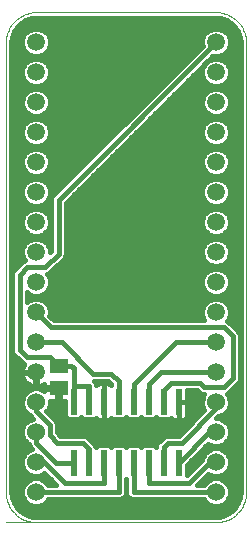
<source format=gtl>
G75*
G70*
%OFA0B0*%
%FSLAX24Y24*%
%IPPOS*%
%LPD*%
%AMOC8*
5,1,8,0,0,1.08239X$1,22.5*
%
%ADD10C,0.0000*%
%ADD11C,0.0594*%
%ADD12R,0.0236X0.0866*%
%ADD13C,0.0600*%
%ADD14R,0.0591X0.0512*%
%ADD15C,0.0160*%
D10*
X000680Y000264D02*
X001680Y000264D01*
X007680Y000264D01*
X007740Y000266D01*
X007801Y000271D01*
X007860Y000280D01*
X007919Y000293D01*
X007978Y000309D01*
X008035Y000329D01*
X008090Y000352D01*
X008145Y000379D01*
X008197Y000408D01*
X008248Y000441D01*
X008297Y000477D01*
X008343Y000515D01*
X008387Y000557D01*
X008429Y000601D01*
X008467Y000647D01*
X008503Y000696D01*
X008536Y000747D01*
X008565Y000799D01*
X008592Y000854D01*
X008615Y000909D01*
X008635Y000966D01*
X008651Y001025D01*
X008664Y001084D01*
X008673Y001143D01*
X008678Y001204D01*
X008680Y001264D01*
X008680Y016264D01*
X008678Y016324D01*
X008673Y016385D01*
X008664Y016444D01*
X008651Y016503D01*
X008635Y016562D01*
X008615Y016619D01*
X008592Y016674D01*
X008565Y016729D01*
X008536Y016781D01*
X008503Y016832D01*
X008467Y016881D01*
X008429Y016927D01*
X008387Y016971D01*
X008343Y017013D01*
X008297Y017051D01*
X008248Y017087D01*
X008197Y017120D01*
X008145Y017149D01*
X008090Y017176D01*
X008035Y017199D01*
X007978Y017219D01*
X007919Y017235D01*
X007860Y017248D01*
X007801Y017257D01*
X007740Y017262D01*
X007680Y017264D01*
X001680Y017264D01*
X001620Y017262D01*
X001559Y017257D01*
X001500Y017248D01*
X001441Y017235D01*
X001382Y017219D01*
X001325Y017199D01*
X001270Y017176D01*
X001215Y017149D01*
X001163Y017120D01*
X001112Y017087D01*
X001063Y017051D01*
X001017Y017013D01*
X000973Y016971D01*
X000931Y016927D01*
X000893Y016881D01*
X000857Y016832D01*
X000824Y016781D01*
X000795Y016729D01*
X000768Y016674D01*
X000745Y016619D01*
X000725Y016562D01*
X000709Y016503D01*
X000696Y016444D01*
X000687Y016385D01*
X000682Y016324D01*
X000680Y016264D01*
X000680Y001264D01*
X000682Y001204D01*
X000687Y001143D01*
X000696Y001084D01*
X000709Y001025D01*
X000725Y000966D01*
X000745Y000909D01*
X000768Y000854D01*
X000795Y000799D01*
X000824Y000747D01*
X000857Y000696D01*
X000893Y000647D01*
X000931Y000601D01*
X000973Y000557D01*
X001017Y000515D01*
X001063Y000477D01*
X001112Y000441D01*
X001163Y000408D01*
X001215Y000379D01*
X001270Y000352D01*
X001325Y000329D01*
X001382Y000309D01*
X001441Y000293D01*
X001500Y000280D01*
X001559Y000271D01*
X001620Y000266D01*
X001680Y000264D01*
D11*
X001680Y005264D03*
X001680Y006264D03*
X001680Y007264D03*
X001680Y008264D03*
X001680Y009264D03*
X001680Y010264D03*
X001680Y011264D03*
X001680Y012264D03*
X001680Y013264D03*
X001680Y014264D03*
X001680Y015264D03*
X001680Y016264D03*
X007680Y016264D03*
X007680Y015264D03*
X007680Y014264D03*
X007680Y013264D03*
X007680Y012264D03*
X007680Y011264D03*
X007680Y010264D03*
X007680Y009264D03*
X007680Y008264D03*
X007680Y007264D03*
X007680Y006264D03*
X007680Y005264D03*
D12*
X006430Y004287D03*
X005930Y004287D03*
X005430Y004287D03*
X004930Y004287D03*
X004430Y004287D03*
X003930Y004287D03*
X003430Y004287D03*
X002930Y004287D03*
X002930Y002240D03*
X003430Y002240D03*
X003930Y002240D03*
X004430Y002240D03*
X004930Y002240D03*
X005430Y002240D03*
X005930Y002240D03*
X006430Y002240D03*
D13*
X007680Y002264D03*
X007680Y003264D03*
X007680Y004264D03*
X007680Y001264D03*
X001680Y001264D03*
X001680Y002264D03*
X001680Y003264D03*
X001680Y004264D03*
D14*
X002430Y004740D03*
X002430Y005488D03*
D15*
X002856Y005488D01*
X002930Y005414D01*
X002930Y004814D01*
X003430Y004814D01*
X003430Y004287D01*
X003180Y003760D02*
X003246Y003694D01*
X003614Y003694D01*
X003666Y003746D01*
X003668Y003744D01*
X003701Y003710D01*
X003742Y003687D01*
X003788Y003674D01*
X003930Y003674D01*
X004072Y003674D01*
X004118Y003687D01*
X004159Y003710D01*
X004192Y003744D01*
X004194Y003746D01*
X004246Y003694D01*
X004614Y003694D01*
X004680Y003760D01*
X004746Y003694D01*
X005114Y003694D01*
X005180Y003760D01*
X005246Y003694D01*
X005614Y003694D01*
X005680Y003760D01*
X005746Y003694D01*
X006114Y003694D01*
X006166Y003746D01*
X006168Y003744D01*
X006201Y003710D01*
X006242Y003687D01*
X006288Y003674D01*
X006430Y003674D01*
X006572Y003674D01*
X006618Y003687D01*
X006659Y003710D01*
X006692Y003744D01*
X006716Y003785D01*
X006728Y003831D01*
X006728Y004287D01*
X006430Y004287D01*
X006430Y003674D01*
X006430Y004287D01*
X006430Y004287D01*
X006430Y004287D01*
X006728Y004287D01*
X006728Y004674D01*
X007031Y004674D01*
X007144Y004560D01*
X007232Y004524D01*
X007290Y004524D01*
X007220Y004355D01*
X007220Y004172D01*
X007287Y004010D01*
X006431Y003154D01*
X006032Y003154D01*
X005944Y003117D01*
X005877Y003050D01*
X005727Y002900D01*
X005690Y002811D01*
X005690Y002778D01*
X005680Y002768D01*
X005614Y002833D01*
X005246Y002833D01*
X005180Y002768D01*
X005114Y002833D01*
X004746Y002833D01*
X004680Y002768D01*
X004614Y002833D01*
X004246Y002833D01*
X004180Y002768D01*
X004114Y002833D01*
X003746Y002833D01*
X003680Y002768D01*
X003659Y002789D01*
X003633Y002850D01*
X003433Y003050D01*
X003366Y003117D01*
X003278Y003154D01*
X002479Y003154D01*
X002370Y003263D01*
X002370Y003561D01*
X002333Y003650D01*
X002266Y003717D01*
X002025Y003958D01*
X002070Y004003D01*
X002140Y004172D01*
X002140Y004304D01*
X002382Y004304D01*
X002382Y004692D01*
X001955Y004692D01*
X001955Y004640D01*
X001941Y004654D01*
X001771Y004724D01*
X001588Y004724D01*
X001419Y004654D01*
X001290Y004524D01*
X001220Y004355D01*
X001220Y004172D01*
X001290Y004003D01*
X001419Y003874D01*
X001465Y003855D01*
X001477Y003828D01*
X001583Y003721D01*
X001419Y003654D01*
X001290Y003524D01*
X001220Y003355D01*
X001220Y003172D01*
X001290Y003003D01*
X001419Y002874D01*
X001440Y002865D01*
X001477Y002778D01*
X001548Y002707D01*
X001419Y002654D01*
X001290Y002524D01*
X001220Y002355D01*
X001220Y002172D01*
X001290Y002003D01*
X001419Y001874D01*
X001588Y001804D01*
X001771Y001804D01*
X001941Y001874D01*
X001961Y001894D01*
X002351Y001504D01*
X002078Y001504D01*
X002070Y001524D01*
X001941Y001654D01*
X001771Y001724D01*
X001588Y001724D01*
X001419Y001654D01*
X001290Y001524D01*
X001220Y001355D01*
X001220Y001172D01*
X001290Y001003D01*
X001419Y000874D01*
X001588Y000804D01*
X001771Y000804D01*
X001941Y000874D01*
X002070Y001003D01*
X002078Y001024D01*
X004478Y001024D01*
X004566Y001060D01*
X004633Y001128D01*
X004670Y001216D01*
X004670Y001703D01*
X004680Y001713D01*
X004690Y001703D01*
X004690Y001216D01*
X004727Y001128D01*
X004794Y001060D01*
X004882Y001024D01*
X007282Y001024D01*
X007290Y001003D01*
X007419Y000874D01*
X007588Y000804D01*
X007771Y000804D01*
X007941Y000874D01*
X008070Y001003D01*
X008140Y001172D01*
X008140Y001355D01*
X008070Y001524D01*
X007941Y001654D01*
X007771Y001724D01*
X007588Y001724D01*
X007419Y001654D01*
X007290Y001524D01*
X007282Y001504D01*
X007059Y001504D01*
X007427Y001871D01*
X007588Y001804D01*
X007771Y001804D01*
X007941Y001874D01*
X008070Y002003D01*
X008140Y002172D01*
X008140Y002355D01*
X008070Y002524D01*
X007941Y002654D01*
X007771Y002724D01*
X007588Y002724D01*
X007419Y002654D01*
X007290Y002524D01*
X007220Y002355D01*
X007220Y002343D01*
X006708Y001831D01*
X006708Y002179D01*
X007411Y002882D01*
X007419Y002874D01*
X007588Y002804D01*
X007771Y002804D01*
X007941Y002874D01*
X008070Y003003D01*
X008140Y003172D01*
X008140Y003355D01*
X008070Y003524D01*
X007941Y003654D01*
X007771Y003724D01*
X007679Y003724D01*
X007759Y003804D01*
X007771Y003804D01*
X007941Y003874D01*
X008070Y004003D01*
X008140Y004172D01*
X008140Y004355D01*
X008070Y004524D01*
X008043Y004551D01*
X008066Y004560D01*
X008133Y004628D01*
X008433Y004928D01*
X008470Y005016D01*
X008470Y006511D01*
X008433Y006600D01*
X008366Y006667D01*
X008066Y006967D01*
X008040Y006978D01*
X008067Y007005D01*
X008137Y007173D01*
X008137Y007355D01*
X008067Y007523D01*
X007939Y007651D01*
X007771Y007721D01*
X007589Y007721D01*
X007421Y007651D01*
X007293Y007523D01*
X007223Y007355D01*
X007223Y007173D01*
X007293Y007005D01*
X007294Y007004D01*
X002279Y007004D01*
X002129Y007154D01*
X002137Y007173D01*
X002137Y007355D01*
X002067Y007523D01*
X001939Y007651D01*
X001771Y007721D01*
X001589Y007721D01*
X001421Y007651D01*
X001370Y007600D01*
X001370Y007928D01*
X001421Y007876D01*
X001589Y007807D01*
X001771Y007807D01*
X001939Y007876D01*
X002067Y008005D01*
X002137Y008173D01*
X002137Y008355D01*
X002067Y008523D01*
X002055Y008535D01*
X002116Y008560D01*
X002183Y008628D01*
X002633Y009078D01*
X002670Y009166D01*
X002670Y010914D01*
X007570Y015815D01*
X007589Y015807D01*
X007771Y015807D01*
X007939Y015876D01*
X008067Y016005D01*
X008137Y016173D01*
X008137Y016355D01*
X008067Y016523D01*
X007939Y016651D01*
X007771Y016721D01*
X007589Y016721D01*
X007421Y016651D01*
X007293Y016523D01*
X007223Y016355D01*
X007223Y016173D01*
X007231Y016154D01*
X002294Y011217D01*
X002227Y011150D01*
X002190Y011061D01*
X002190Y009313D01*
X002137Y009260D01*
X002137Y009355D01*
X002067Y009523D01*
X001939Y009651D01*
X001771Y009721D01*
X001589Y009721D01*
X001421Y009651D01*
X001293Y009523D01*
X001223Y009355D01*
X001223Y009173D01*
X001293Y009005D01*
X001305Y008993D01*
X001244Y008967D01*
X000994Y008717D01*
X000927Y008650D01*
X000890Y008561D01*
X000890Y005966D01*
X000927Y005878D01*
X001177Y005628D01*
X001244Y005560D01*
X001292Y005541D01*
X001272Y005514D01*
X001238Y005447D01*
X001215Y005375D01*
X001203Y005301D01*
X001203Y005282D01*
X001662Y005282D01*
X001662Y005245D01*
X001698Y005245D01*
X001698Y004787D01*
X001718Y004787D01*
X001792Y004799D01*
X001863Y004822D01*
X001930Y004856D01*
X001955Y004874D01*
X001955Y004788D01*
X002382Y004788D01*
X002382Y004692D01*
X002478Y004692D01*
X002478Y004304D01*
X002652Y004304D01*
X002652Y003788D01*
X002746Y003694D01*
X003114Y003694D01*
X003180Y003760D01*
X003171Y003751D02*
X003189Y003751D01*
X002930Y004287D02*
X002930Y004814D01*
X002652Y004226D02*
X002140Y004226D01*
X002097Y004068D02*
X002652Y004068D01*
X002652Y003909D02*
X002074Y003909D01*
X002232Y003751D02*
X002689Y003751D01*
X002357Y003592D02*
X006869Y003592D01*
X006711Y003434D02*
X002370Y003434D01*
X002370Y003275D02*
X006552Y003275D01*
X006530Y002914D02*
X007680Y004064D01*
X007680Y004264D01*
X007930Y004764D02*
X007280Y004764D01*
X007130Y004914D01*
X006180Y004914D01*
X005930Y004664D01*
X005930Y004287D01*
X005689Y003751D02*
X005671Y003751D01*
X005430Y004287D02*
X005430Y004864D01*
X005830Y005264D01*
X007680Y005264D01*
X007930Y004764D02*
X008230Y005064D01*
X008230Y006464D01*
X007930Y006764D01*
X002180Y006764D01*
X001680Y007264D01*
X001571Y007713D02*
X001370Y007713D01*
X001370Y007872D02*
X001433Y007872D01*
X001789Y007713D02*
X007571Y007713D01*
X007589Y007807D02*
X007421Y007876D01*
X007293Y008005D01*
X007223Y008173D01*
X007223Y008355D01*
X007293Y008523D01*
X007421Y008651D01*
X007589Y008721D01*
X007771Y008721D01*
X007939Y008651D01*
X008067Y008523D01*
X008137Y008355D01*
X008137Y008173D01*
X008067Y008005D01*
X007939Y007876D01*
X007771Y007807D01*
X007589Y007807D01*
X007433Y007872D02*
X001927Y007872D01*
X002078Y008030D02*
X007282Y008030D01*
X007223Y008189D02*
X002137Y008189D01*
X002137Y008347D02*
X007223Y008347D01*
X007286Y008506D02*
X002074Y008506D01*
X002220Y008664D02*
X007453Y008664D01*
X007551Y008823D02*
X002378Y008823D01*
X002537Y008981D02*
X007316Y008981D01*
X007293Y009005D02*
X007223Y009173D01*
X007223Y009355D01*
X007293Y009523D01*
X007421Y009651D01*
X007589Y009721D01*
X007771Y009721D01*
X007939Y009651D01*
X008067Y009523D01*
X008137Y009355D01*
X008137Y009173D01*
X008067Y009005D01*
X007939Y008876D01*
X007771Y008807D01*
X007589Y008807D01*
X007421Y008876D01*
X007293Y009005D01*
X007237Y009140D02*
X002659Y009140D01*
X002670Y009298D02*
X007223Y009298D01*
X007265Y009457D02*
X002670Y009457D01*
X002670Y009615D02*
X007385Y009615D01*
X007421Y009876D02*
X007589Y009807D01*
X007771Y009807D01*
X007939Y009876D01*
X008067Y010005D01*
X008137Y010173D01*
X008137Y010355D01*
X008067Y010523D01*
X007939Y010651D01*
X007771Y010721D01*
X007589Y010721D01*
X007421Y010651D01*
X007293Y010523D01*
X007223Y010355D01*
X007223Y010173D01*
X007293Y010005D01*
X007421Y009876D01*
X007365Y009932D02*
X002670Y009932D01*
X002670Y009774D02*
X008500Y009774D01*
X008500Y009932D02*
X007995Y009932D01*
X008103Y010091D02*
X008500Y010091D01*
X008500Y010249D02*
X008137Y010249D01*
X008115Y010408D02*
X008500Y010408D01*
X008500Y010566D02*
X008024Y010566D01*
X007939Y010876D02*
X008067Y011005D01*
X008137Y011173D01*
X008137Y011355D01*
X008067Y011523D01*
X007939Y011651D01*
X007771Y011721D01*
X007589Y011721D01*
X007421Y011651D01*
X007293Y011523D01*
X007223Y011355D01*
X007223Y011173D01*
X007293Y011005D01*
X007421Y010876D01*
X007589Y010807D01*
X007771Y010807D01*
X007939Y010876D01*
X007946Y010883D02*
X008500Y010883D01*
X008500Y010725D02*
X002670Y010725D01*
X002670Y010883D02*
X007414Y010883D01*
X007277Y011042D02*
X002797Y011042D01*
X002956Y011200D02*
X007223Y011200D01*
X007225Y011359D02*
X003114Y011359D01*
X003273Y011517D02*
X007291Y011517D01*
X007481Y011676D02*
X003431Y011676D01*
X003590Y011834D02*
X007523Y011834D01*
X007589Y011807D02*
X007421Y011876D01*
X007293Y012005D01*
X007223Y012173D01*
X007223Y012355D01*
X007293Y012523D01*
X007421Y012651D01*
X007589Y012721D01*
X007771Y012721D01*
X007939Y012651D01*
X008067Y012523D01*
X008137Y012355D01*
X008137Y012173D01*
X008067Y012005D01*
X007939Y011876D01*
X007771Y011807D01*
X007589Y011807D01*
X007837Y011834D02*
X008500Y011834D01*
X008500Y011676D02*
X007879Y011676D01*
X008069Y011517D02*
X008500Y011517D01*
X008500Y011359D02*
X008135Y011359D01*
X008137Y011200D02*
X008500Y011200D01*
X008500Y011042D02*
X008083Y011042D01*
X008055Y011993D02*
X008500Y011993D01*
X008500Y012151D02*
X008128Y012151D01*
X008137Y012310D02*
X008500Y012310D01*
X008500Y012468D02*
X008090Y012468D01*
X007963Y012627D02*
X008500Y012627D01*
X008500Y012785D02*
X004541Y012785D01*
X004382Y012627D02*
X007397Y012627D01*
X007421Y012876D02*
X007589Y012807D01*
X007771Y012807D01*
X007939Y012876D01*
X008067Y013005D01*
X008137Y013173D01*
X008137Y013355D01*
X008067Y013523D01*
X007939Y013651D01*
X007771Y013721D01*
X007589Y013721D01*
X007421Y013651D01*
X007293Y013523D01*
X007223Y013355D01*
X007223Y013173D01*
X007293Y013005D01*
X007421Y012876D01*
X007354Y012944D02*
X004699Y012944D01*
X004858Y013102D02*
X007252Y013102D01*
X007223Y013261D02*
X005016Y013261D01*
X005175Y013419D02*
X007250Y013419D01*
X007348Y013578D02*
X005333Y013578D01*
X005492Y013736D02*
X008500Y013736D01*
X008500Y013578D02*
X008012Y013578D01*
X008110Y013419D02*
X008500Y013419D01*
X008500Y013261D02*
X008137Y013261D01*
X008108Y013102D02*
X008500Y013102D01*
X008500Y012944D02*
X008006Y012944D01*
X007771Y013807D02*
X007589Y013807D01*
X007421Y013876D01*
X007293Y014005D01*
X007223Y014173D01*
X007223Y014355D01*
X007293Y014523D01*
X007421Y014651D01*
X007589Y014721D01*
X007771Y014721D01*
X007939Y014651D01*
X008067Y014523D01*
X008137Y014355D01*
X008137Y014173D01*
X008067Y014005D01*
X007939Y013876D01*
X007771Y013807D01*
X007957Y013895D02*
X008500Y013895D01*
X008500Y014053D02*
X008087Y014053D01*
X008137Y014212D02*
X008500Y014212D01*
X008500Y014370D02*
X008130Y014370D01*
X008061Y014529D02*
X008500Y014529D01*
X008500Y014687D02*
X007851Y014687D01*
X007771Y014807D02*
X007939Y014876D01*
X008067Y015005D01*
X008137Y015173D01*
X008137Y015355D01*
X008067Y015523D01*
X007939Y015651D01*
X007771Y015721D01*
X007589Y015721D01*
X007421Y015651D01*
X007293Y015523D01*
X007223Y015355D01*
X007223Y015173D01*
X007293Y015005D01*
X007421Y014876D01*
X007589Y014807D01*
X007771Y014807D01*
X007865Y014846D02*
X008500Y014846D01*
X008500Y015004D02*
X008067Y015004D01*
X008133Y015163D02*
X008500Y015163D01*
X008500Y015321D02*
X008137Y015321D01*
X008085Y015480D02*
X008500Y015480D01*
X008500Y015638D02*
X007952Y015638D01*
X008018Y015955D02*
X008500Y015955D01*
X008500Y015797D02*
X007552Y015797D01*
X007408Y015638D02*
X007394Y015638D01*
X007275Y015480D02*
X007235Y015480D01*
X007223Y015321D02*
X007077Y015321D01*
X007227Y015163D02*
X006918Y015163D01*
X006760Y015004D02*
X007293Y015004D01*
X007495Y014846D02*
X006601Y014846D01*
X006443Y014687D02*
X007509Y014687D01*
X007299Y014529D02*
X006284Y014529D01*
X006126Y014370D02*
X007230Y014370D01*
X007223Y014212D02*
X005967Y014212D01*
X005809Y014053D02*
X007273Y014053D01*
X007403Y013895D02*
X005650Y013895D01*
X005447Y014370D02*
X002130Y014370D01*
X002137Y014355D02*
X002067Y014523D01*
X001939Y014651D01*
X001771Y014721D01*
X001589Y014721D01*
X001421Y014651D01*
X001293Y014523D01*
X001223Y014355D01*
X001223Y014173D01*
X001293Y014005D01*
X001421Y013876D01*
X001589Y013807D01*
X001771Y013807D01*
X001939Y013876D01*
X002067Y014005D01*
X002137Y014173D01*
X002137Y014355D01*
X002137Y014212D02*
X005289Y014212D01*
X005130Y014053D02*
X002087Y014053D01*
X001957Y013895D02*
X004972Y013895D01*
X004813Y013736D02*
X000860Y013736D01*
X000860Y013578D02*
X001348Y013578D01*
X001293Y013523D02*
X001223Y013355D01*
X001223Y013173D01*
X001293Y013005D01*
X001421Y012876D01*
X001589Y012807D01*
X001771Y012807D01*
X001939Y012876D01*
X002067Y013005D01*
X002137Y013173D01*
X002137Y013355D01*
X002067Y013523D01*
X001939Y013651D01*
X001771Y013721D01*
X001589Y013721D01*
X001421Y013651D01*
X001293Y013523D01*
X001250Y013419D02*
X000860Y013419D01*
X000860Y013261D02*
X001223Y013261D01*
X001252Y013102D02*
X000860Y013102D01*
X000860Y012944D02*
X001354Y012944D01*
X001421Y012651D02*
X001293Y012523D01*
X001223Y012355D01*
X001223Y012173D01*
X001293Y012005D01*
X001421Y011876D01*
X001589Y011807D01*
X001771Y011807D01*
X001939Y011876D01*
X002067Y012005D01*
X002137Y012173D01*
X002137Y012355D01*
X002067Y012523D01*
X001939Y012651D01*
X001771Y012721D01*
X001589Y012721D01*
X001421Y012651D01*
X001397Y012627D02*
X000860Y012627D01*
X000860Y012785D02*
X003862Y012785D01*
X004021Y012944D02*
X002006Y012944D01*
X002108Y013102D02*
X004179Y013102D01*
X004338Y013261D02*
X002137Y013261D01*
X002110Y013419D02*
X004496Y013419D01*
X004655Y013578D02*
X002012Y013578D01*
X002061Y014529D02*
X005606Y014529D01*
X005764Y014687D02*
X001851Y014687D01*
X001771Y014807D02*
X001939Y014876D01*
X002067Y015005D01*
X002137Y015173D01*
X002137Y015355D01*
X002067Y015523D01*
X001939Y015651D01*
X001771Y015721D01*
X001589Y015721D01*
X001421Y015651D01*
X001293Y015523D01*
X001223Y015355D01*
X001223Y015173D01*
X001293Y015005D01*
X001421Y014876D01*
X001589Y014807D01*
X001771Y014807D01*
X001865Y014846D02*
X005923Y014846D01*
X006081Y015004D02*
X002067Y015004D01*
X002133Y015163D02*
X006240Y015163D01*
X006398Y015321D02*
X002137Y015321D01*
X002085Y015480D02*
X006557Y015480D01*
X006715Y015638D02*
X001952Y015638D01*
X001939Y015876D02*
X002067Y016005D01*
X002137Y016173D01*
X002137Y016355D01*
X002067Y016523D01*
X001939Y016651D01*
X001771Y016721D01*
X001589Y016721D01*
X001421Y016651D01*
X001293Y016523D01*
X001223Y016355D01*
X001223Y016173D01*
X001293Y016005D01*
X001421Y015876D01*
X001589Y015807D01*
X001771Y015807D01*
X001939Y015876D01*
X002018Y015955D02*
X007032Y015955D01*
X007191Y016114D02*
X002112Y016114D01*
X002137Y016272D02*
X007223Y016272D01*
X007255Y016431D02*
X002105Y016431D01*
X002001Y016589D02*
X007359Y016589D01*
X007680Y016264D02*
X002430Y011014D01*
X002430Y009214D01*
X001980Y008764D01*
X001380Y008764D01*
X001130Y008514D01*
X001130Y006014D01*
X001380Y005764D01*
X002154Y005764D01*
X002430Y005488D01*
X002530Y006264D02*
X003580Y005214D01*
X004180Y005214D01*
X004430Y004964D01*
X004430Y004287D01*
X004671Y003751D02*
X004689Y003751D01*
X004930Y004287D02*
X004930Y004864D01*
X006330Y006264D01*
X007680Y006264D01*
X008112Y006921D02*
X008500Y006921D01*
X008500Y007079D02*
X008098Y007079D01*
X008137Y007238D02*
X008500Y007238D01*
X008500Y007396D02*
X008120Y007396D01*
X008035Y007555D02*
X008500Y007555D01*
X008500Y007713D02*
X007789Y007713D01*
X007927Y007872D02*
X008500Y007872D01*
X008500Y008030D02*
X008078Y008030D01*
X008137Y008189D02*
X008500Y008189D01*
X008500Y008347D02*
X008137Y008347D01*
X008074Y008506D02*
X008500Y008506D01*
X008500Y008664D02*
X007907Y008664D01*
X007809Y008823D02*
X008500Y008823D01*
X008500Y008981D02*
X008044Y008981D01*
X008123Y009140D02*
X008500Y009140D01*
X008500Y009298D02*
X008137Y009298D01*
X008095Y009457D02*
X008500Y009457D01*
X008500Y009615D02*
X007975Y009615D01*
X007336Y010566D02*
X002670Y010566D01*
X002670Y010408D02*
X007245Y010408D01*
X007223Y010249D02*
X002670Y010249D01*
X002670Y010091D02*
X007257Y010091D01*
X007305Y011993D02*
X003748Y011993D01*
X003907Y012151D02*
X007232Y012151D01*
X007223Y012310D02*
X004065Y012310D01*
X004224Y012468D02*
X007270Y012468D01*
X006874Y015797D02*
X000860Y015797D01*
X000860Y015955D02*
X001342Y015955D01*
X001248Y016114D02*
X000860Y016114D01*
X000860Y016264D02*
X000870Y016392D01*
X000949Y016636D01*
X001100Y016844D01*
X001308Y016994D01*
X001552Y017074D01*
X001680Y017084D01*
X007680Y017084D01*
X007808Y017074D01*
X008052Y016994D01*
X008260Y016844D01*
X008411Y016636D01*
X008490Y016392D01*
X008500Y016264D01*
X008500Y001264D01*
X008490Y001135D01*
X008411Y000891D01*
X008260Y000684D01*
X008052Y000533D01*
X007808Y000454D01*
X007680Y000444D01*
X001680Y000444D01*
X001552Y000454D01*
X001308Y000533D01*
X001100Y000684D01*
X000949Y000891D01*
X000870Y001135D01*
X000860Y001264D01*
X000860Y016264D01*
X000861Y016272D02*
X001223Y016272D01*
X001255Y016431D02*
X000883Y016431D01*
X000934Y016589D02*
X001359Y016589D01*
X001186Y016906D02*
X008174Y016906D01*
X008329Y016748D02*
X001031Y016748D01*
X001524Y017065D02*
X007836Y017065D01*
X008001Y016589D02*
X008426Y016589D01*
X008477Y016431D02*
X008105Y016431D01*
X008137Y016272D02*
X008499Y016272D01*
X008500Y016114D02*
X008112Y016114D01*
X003704Y012627D02*
X001963Y012627D01*
X002090Y012468D02*
X003545Y012468D01*
X003387Y012310D02*
X002137Y012310D01*
X002128Y012151D02*
X003228Y012151D01*
X003070Y011993D02*
X002055Y011993D01*
X001837Y011834D02*
X002911Y011834D01*
X002753Y011676D02*
X001879Y011676D01*
X001939Y011651D02*
X001771Y011721D01*
X001589Y011721D01*
X001421Y011651D01*
X001293Y011523D01*
X001223Y011355D01*
X001223Y011173D01*
X001293Y011005D01*
X001421Y010876D01*
X001589Y010807D01*
X001771Y010807D01*
X001939Y010876D01*
X002067Y011005D01*
X002137Y011173D01*
X002137Y011355D01*
X002067Y011523D01*
X001939Y011651D01*
X002069Y011517D02*
X002594Y011517D01*
X002436Y011359D02*
X002135Y011359D01*
X002137Y011200D02*
X002277Y011200D01*
X002190Y011042D02*
X002083Y011042D01*
X002190Y010883D02*
X001946Y010883D01*
X001939Y010651D02*
X001771Y010721D01*
X001589Y010721D01*
X001421Y010651D01*
X001293Y010523D01*
X001223Y010355D01*
X001223Y010173D01*
X001293Y010005D01*
X001421Y009876D01*
X001589Y009807D01*
X001771Y009807D01*
X001939Y009876D01*
X002067Y010005D01*
X002137Y010173D01*
X002137Y010355D01*
X002067Y010523D01*
X001939Y010651D01*
X002024Y010566D02*
X002190Y010566D01*
X002190Y010408D02*
X002115Y010408D01*
X002137Y010249D02*
X002190Y010249D01*
X002190Y010091D02*
X002103Y010091D01*
X002190Y009932D02*
X001995Y009932D01*
X001975Y009615D02*
X002190Y009615D01*
X002190Y009457D02*
X002095Y009457D01*
X002137Y009298D02*
X002175Y009298D01*
X002190Y009774D02*
X000860Y009774D01*
X000860Y009932D02*
X001365Y009932D01*
X001257Y010091D02*
X000860Y010091D01*
X000860Y010249D02*
X001223Y010249D01*
X001245Y010408D02*
X000860Y010408D01*
X000860Y010566D02*
X001336Y010566D01*
X001414Y010883D02*
X000860Y010883D01*
X000860Y010725D02*
X002190Y010725D01*
X001523Y011834D02*
X000860Y011834D01*
X000860Y011676D02*
X001481Y011676D01*
X001291Y011517D02*
X000860Y011517D01*
X000860Y011359D02*
X001225Y011359D01*
X001223Y011200D02*
X000860Y011200D01*
X000860Y011042D02*
X001277Y011042D01*
X001305Y011993D02*
X000860Y011993D01*
X000860Y012151D02*
X001232Y012151D01*
X001223Y012310D02*
X000860Y012310D01*
X000860Y012468D02*
X001270Y012468D01*
X001403Y013895D02*
X000860Y013895D01*
X000860Y014053D02*
X001273Y014053D01*
X001223Y014212D02*
X000860Y014212D01*
X000860Y014370D02*
X001230Y014370D01*
X001299Y014529D02*
X000860Y014529D01*
X000860Y014687D02*
X001509Y014687D01*
X001495Y014846D02*
X000860Y014846D01*
X000860Y015004D02*
X001293Y015004D01*
X001227Y015163D02*
X000860Y015163D01*
X000860Y015321D02*
X001223Y015321D01*
X001275Y015480D02*
X000860Y015480D01*
X000860Y015638D02*
X001408Y015638D01*
X001385Y009615D02*
X000860Y009615D01*
X000860Y009457D02*
X001265Y009457D01*
X001223Y009298D02*
X000860Y009298D01*
X000860Y009140D02*
X001237Y009140D01*
X001278Y008981D02*
X000860Y008981D01*
X000860Y008823D02*
X001100Y008823D01*
X000941Y008664D02*
X000860Y008664D01*
X000860Y008506D02*
X000890Y008506D01*
X000890Y008347D02*
X000860Y008347D01*
X000860Y008189D02*
X000890Y008189D01*
X000890Y008030D02*
X000860Y008030D01*
X000860Y007872D02*
X000890Y007872D01*
X000890Y007713D02*
X000860Y007713D01*
X000860Y007555D02*
X000890Y007555D01*
X000890Y007396D02*
X000860Y007396D01*
X000860Y007238D02*
X000890Y007238D01*
X000890Y007079D02*
X000860Y007079D01*
X000860Y006921D02*
X000890Y006921D01*
X000890Y006762D02*
X000860Y006762D01*
X000860Y006604D02*
X000890Y006604D01*
X000890Y006445D02*
X000860Y006445D01*
X000860Y006287D02*
X000890Y006287D01*
X000890Y006128D02*
X000860Y006128D01*
X000860Y005970D02*
X000890Y005970D01*
X000860Y005811D02*
X000993Y005811D01*
X000860Y005653D02*
X001152Y005653D01*
X001262Y005494D02*
X000860Y005494D01*
X000860Y005336D02*
X001209Y005336D01*
X001203Y005245D02*
X001203Y005226D01*
X001215Y005152D01*
X001238Y005081D01*
X001272Y005014D01*
X001316Y004953D01*
X001369Y004900D01*
X001430Y004856D01*
X001497Y004822D01*
X001568Y004799D01*
X001642Y004787D01*
X001662Y004787D01*
X001662Y005245D01*
X001203Y005245D01*
X001211Y005177D02*
X000860Y005177D01*
X000860Y005019D02*
X001270Y005019D01*
X001424Y004860D02*
X000860Y004860D01*
X000860Y004702D02*
X001535Y004702D01*
X001662Y004860D02*
X001698Y004860D01*
X001698Y005019D02*
X001662Y005019D01*
X001662Y005177D02*
X001698Y005177D01*
X001936Y004860D02*
X001955Y004860D01*
X001825Y004702D02*
X002382Y004702D01*
X002382Y004543D02*
X002478Y004543D01*
X002478Y004385D02*
X002382Y004385D01*
X001680Y003964D02*
X002130Y003514D01*
X002130Y003164D01*
X002380Y002914D01*
X003230Y002914D01*
X003430Y002714D01*
X003430Y002240D01*
X003654Y002800D02*
X003712Y002800D01*
X003525Y002958D02*
X005785Y002958D01*
X005690Y002800D02*
X005648Y002800D01*
X005930Y002764D02*
X005930Y002240D01*
X005930Y002764D02*
X006080Y002914D01*
X006530Y002914D01*
X006430Y002240D02*
X007454Y003264D01*
X007680Y003264D01*
X008002Y003592D02*
X008500Y003592D01*
X008500Y003434D02*
X008107Y003434D01*
X008140Y003275D02*
X008500Y003275D01*
X008500Y003117D02*
X008117Y003117D01*
X008025Y002958D02*
X008500Y002958D01*
X008500Y002800D02*
X007329Y002800D01*
X007407Y002641D02*
X007171Y002641D01*
X007273Y002483D02*
X007012Y002483D01*
X006854Y002324D02*
X007201Y002324D01*
X007043Y002166D02*
X006708Y002166D01*
X006708Y002007D02*
X006884Y002007D01*
X006726Y001849D02*
X006708Y001849D01*
X006780Y001564D02*
X007480Y002264D01*
X007680Y002264D01*
X007880Y001849D02*
X008500Y001849D01*
X008500Y002007D02*
X008072Y002007D01*
X008137Y002166D02*
X008500Y002166D01*
X008500Y002324D02*
X008140Y002324D01*
X008087Y002483D02*
X008500Y002483D01*
X008500Y002641D02*
X007953Y002641D01*
X007480Y001849D02*
X007404Y001849D01*
X007508Y001690D02*
X007246Y001690D01*
X007297Y001532D02*
X007087Y001532D01*
X006780Y001564D02*
X005430Y001564D01*
X005430Y002240D01*
X005212Y002800D02*
X005148Y002800D01*
X004930Y002240D02*
X004930Y001264D01*
X007680Y001264D01*
X007852Y001690D02*
X008500Y001690D01*
X008500Y001532D02*
X008063Y001532D01*
X008133Y001373D02*
X008500Y001373D01*
X008496Y001215D02*
X008140Y001215D01*
X008092Y001056D02*
X008464Y001056D01*
X008413Y000898D02*
X007965Y000898D01*
X008118Y000581D02*
X001242Y000581D01*
X001395Y000898D02*
X000947Y000898D01*
X000896Y001056D02*
X001268Y001056D01*
X001220Y001215D02*
X000864Y001215D01*
X000860Y001373D02*
X001227Y001373D01*
X001297Y001532D02*
X000860Y001532D01*
X000860Y001690D02*
X001508Y001690D01*
X001480Y001849D02*
X000860Y001849D01*
X000860Y002007D02*
X001288Y002007D01*
X001223Y002166D02*
X000860Y002166D01*
X000860Y002324D02*
X001220Y002324D01*
X001273Y002483D02*
X000860Y002483D01*
X000860Y002641D02*
X001407Y002641D01*
X001467Y002800D02*
X000860Y002800D01*
X000860Y002958D02*
X001335Y002958D01*
X001243Y003117D02*
X000860Y003117D01*
X000860Y003275D02*
X001220Y003275D01*
X001253Y003434D02*
X000860Y003434D01*
X000860Y003592D02*
X001358Y003592D01*
X001554Y003751D02*
X000860Y003751D01*
X000860Y003909D02*
X001384Y003909D01*
X001263Y004068D02*
X000860Y004068D01*
X000860Y004226D02*
X001220Y004226D01*
X001232Y004385D02*
X000860Y004385D01*
X000860Y004543D02*
X001309Y004543D01*
X001680Y004264D02*
X001680Y003964D01*
X001680Y003264D02*
X001680Y002914D01*
X002354Y002240D01*
X002930Y002240D01*
X002630Y001564D02*
X001930Y002264D01*
X001680Y002264D01*
X001880Y001849D02*
X002006Y001849D01*
X001852Y001690D02*
X002164Y001690D01*
X002063Y001532D02*
X002323Y001532D01*
X002630Y001564D02*
X003930Y001564D01*
X003930Y002240D01*
X004148Y002800D02*
X004212Y002800D01*
X004430Y002240D02*
X004430Y001264D01*
X001680Y001264D01*
X001965Y000898D02*
X007395Y000898D01*
X008300Y000739D02*
X001060Y000739D01*
X003366Y003117D02*
X005944Y003117D01*
X006430Y003751D02*
X006430Y003751D01*
X006430Y003909D02*
X006430Y003909D01*
X006430Y004068D02*
X006430Y004068D01*
X006430Y004226D02*
X006430Y004226D01*
X006728Y004226D02*
X007220Y004226D01*
X007232Y004385D02*
X006728Y004385D01*
X006728Y004543D02*
X007185Y004543D01*
X007263Y004068D02*
X006728Y004068D01*
X006728Y003909D02*
X007186Y003909D01*
X007028Y003751D02*
X006696Y003751D01*
X007706Y003751D02*
X008500Y003751D01*
X008500Y003909D02*
X007976Y003909D01*
X008097Y004068D02*
X008500Y004068D01*
X008500Y004226D02*
X008140Y004226D01*
X008128Y004385D02*
X008500Y004385D01*
X008500Y004543D02*
X008051Y004543D01*
X008207Y004702D02*
X008500Y004702D01*
X008500Y004860D02*
X008366Y004860D01*
X008470Y005019D02*
X008500Y005019D01*
X008500Y005177D02*
X008470Y005177D01*
X008470Y005336D02*
X008500Y005336D01*
X008500Y005494D02*
X008470Y005494D01*
X008470Y005653D02*
X008500Y005653D01*
X008500Y005811D02*
X008470Y005811D01*
X008470Y005970D02*
X008500Y005970D01*
X008500Y006128D02*
X008470Y006128D01*
X008470Y006287D02*
X008500Y006287D01*
X008500Y006445D02*
X008470Y006445D01*
X008500Y006604D02*
X008429Y006604D01*
X008500Y006762D02*
X008271Y006762D01*
X007325Y007555D02*
X002035Y007555D01*
X002120Y007396D02*
X007240Y007396D01*
X007223Y007238D02*
X002137Y007238D01*
X002204Y007079D02*
X007262Y007079D01*
X005189Y003751D02*
X005171Y003751D01*
X004712Y002800D02*
X004648Y002800D01*
X004670Y001690D02*
X004690Y001690D01*
X004690Y001532D02*
X004670Y001532D01*
X004670Y001373D02*
X004690Y001373D01*
X004691Y001215D02*
X004669Y001215D01*
X004556Y001056D02*
X004804Y001056D01*
X003930Y003674D02*
X003930Y004287D01*
X003930Y004287D01*
X003930Y003674D01*
X003930Y003751D02*
X003930Y003751D01*
X003930Y003909D02*
X003930Y003909D01*
X003930Y004068D02*
X003930Y004068D01*
X003930Y004226D02*
X003930Y004226D01*
X003930Y004287D02*
X003930Y004900D01*
X003788Y004900D01*
X003742Y004888D01*
X003701Y004864D01*
X003670Y004833D01*
X003670Y004861D01*
X003633Y004950D01*
X003609Y004974D01*
X004081Y004974D01*
X004190Y004864D01*
X004190Y004833D01*
X004159Y004864D01*
X004118Y004888D01*
X004072Y004900D01*
X003930Y004900D01*
X003930Y004287D01*
X003930Y004287D01*
X003930Y004385D02*
X003930Y004385D01*
X003930Y004543D02*
X003930Y004543D01*
X003930Y004702D02*
X003930Y004702D01*
X003930Y004860D02*
X003930Y004860D01*
X003697Y004860D02*
X003670Y004860D01*
X004163Y004860D02*
X004190Y004860D01*
X002530Y006264D02*
X001680Y006264D01*
M02*

</source>
